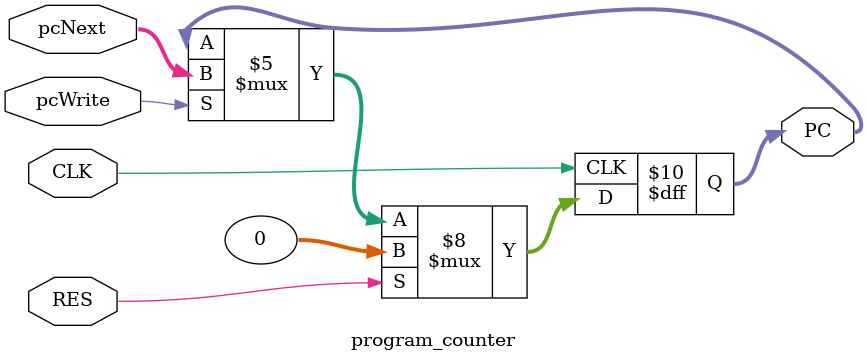
<source format=v>
`timescale 1ns / 1ps


module program_counter(
    input CLK, RES,
    input [31:0] pcNext,  //ÌPC
    input pcWrite,  //pcWrite: 1ÌêÉPCðpcNextÅã«
    output reg [31:0] PC
);


always @(posedge CLK) begin
    if(RES == 1'b1)  //ZbgAPCð0ÉZbg
        PC <= 32'h0;
        
    else if(pcWrite == 1'b1)  //PCðÏX
        PC <= pcNext;
        
    else  //PCðÛ
        PC <= PC;
end
endmodule

</source>
